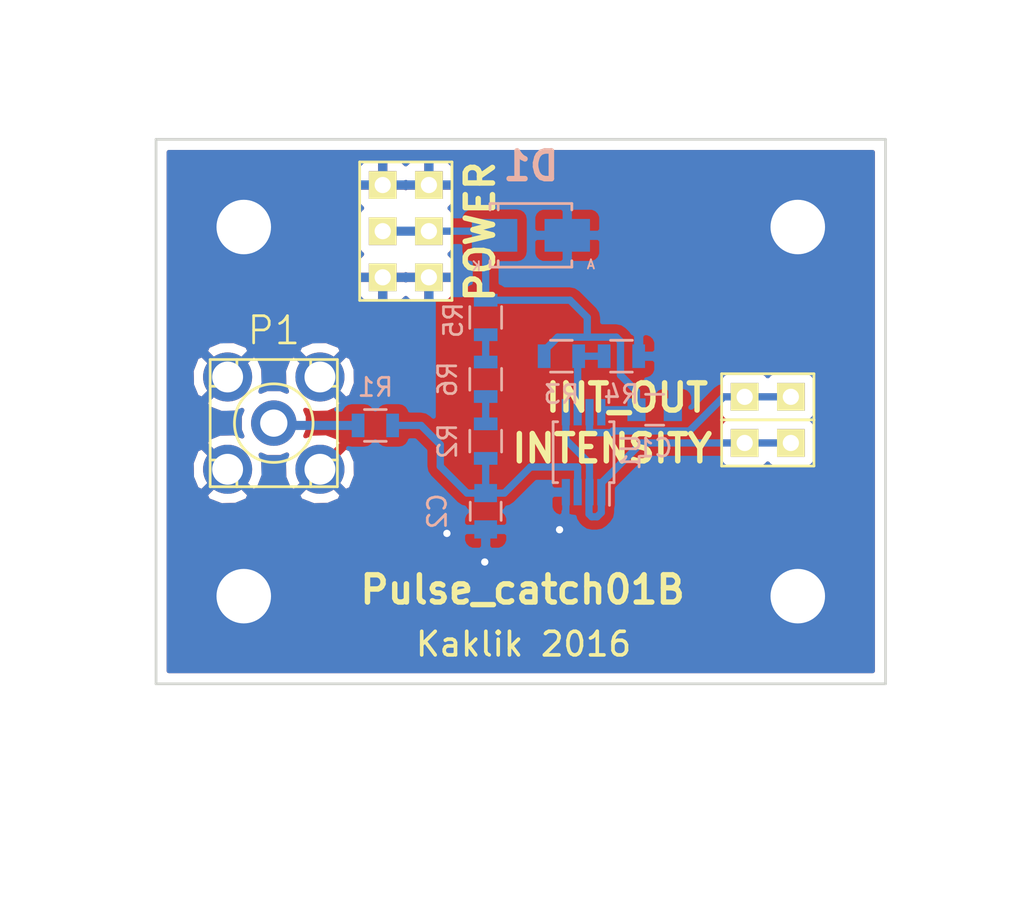
<source format=kicad_pcb>
(kicad_pcb (version 20160815) (host pcbnew 201609251018+7233~55~ubuntu16.04.1-)

  (general
    (links 36)
    (no_connects 0)
    (area 78.0288 58.6232 137.388516 108.051601)
    (thickness 1.6)
    (drawings 11)
    (tracks 71)
    (zones 0)
    (modules 18)
    (nets 10)
  )

  (page A4)
  (layers
    (0 F.Cu signal)
    (31 B.Cu signal)
    (32 B.Adhes user)
    (33 F.Adhes user)
    (34 B.Paste user)
    (35 F.Paste user)
    (36 B.SilkS user)
    (37 F.SilkS user)
    (38 B.Mask user)
    (39 F.Mask user)
    (40 Dwgs.User user)
    (41 Cmts.User user)
    (42 Eco1.User user)
    (43 Eco2.User user)
    (44 Edge.Cuts user)
    (45 Margin user)
    (46 B.CrtYd user)
    (47 F.CrtYd user)
    (48 B.Fab user)
    (49 F.Fab user)
  )

  (setup
    (last_trace_width 0.3)
    (user_trace_width 0.2)
    (user_trace_width 0.3)
    (user_trace_width 0.4)
    (user_trace_width 0.5)
    (user_trace_width 0.6)
    (user_trace_width 0.7)
    (user_trace_width 0.8)
    (trace_clearance 0.2)
    (zone_clearance 0.508)
    (zone_45_only yes)
    (trace_min 0.2)
    (segment_width 0.2)
    (edge_width 0.15)
    (via_size 0.8)
    (via_drill 0.4)
    (via_min_size 0.4)
    (via_min_drill 0.3)
    (uvia_size 0.3)
    (uvia_drill 0.1)
    (uvias_allowed no)
    (uvia_min_size 0.2)
    (uvia_min_drill 0.1)
    (pcb_text_width 0.3)
    (pcb_text_size 1.5 1.5)
    (mod_edge_width 0.15)
    (mod_text_size 1 1)
    (mod_text_width 0.15)
    (pad_size 1.524 1.524)
    (pad_drill 0.762)
    (pad_to_mask_clearance 0.2)
    (aux_axis_origin 0 0)
    (visible_elements FFFFFF7F)
    (pcbplotparams
      (layerselection 0x010f0_ffffffff)
      (usegerberextensions false)
      (excludeedgelayer true)
      (linewidth 0.100000)
      (plotframeref false)
      (viasonmask false)
      (mode 1)
      (useauxorigin false)
      (hpglpennumber 1)
      (hpglpenspeed 20)
      (hpglpendiameter 15)
      (psnegative false)
      (psa4output false)
      (plotreference true)
      (plotvalue true)
      (plotinvisibletext false)
      (padsonsilk false)
      (subtractmaskfromsilk false)
      (outputformat 1)
      (mirror false)
      (drillshape 0)
      (scaleselection 1)
      (outputdirectory ../CAM_PROFI/))
  )

  (net 0 "")
  (net 1 VDD)
  (net 2 GNDA)
  (net 3 "Net-(C2-Pad1)")
  (net 4 "Net-(J2-Pad1)")
  (net 5 "Net-(J3-Pad1)")
  (net 6 "Net-(P1-Pad1)")
  (net 7 "Net-(R3-Pad2)")
  (net 8 "Net-(R2-Pad1)")
  (net 9 "Net-(R5-Pad2)")

  (net_class Default "This is the default net class."
    (clearance 0.2)
    (trace_width 0.3)
    (via_dia 0.8)
    (via_drill 0.4)
    (uvia_dia 0.3)
    (uvia_drill 0.1)
    (diff_pair_gap 0.25)
    (diff_pair_width 0.2)
    (add_net GNDA)
    (add_net "Net-(C2-Pad1)")
    (add_net "Net-(J2-Pad1)")
    (add_net "Net-(J3-Pad1)")
    (add_net "Net-(P1-Pad1)")
    (add_net "Net-(R2-Pad1)")
    (add_net "Net-(R3-Pad2)")
    (add_net "Net-(R5-Pad2)")
    (add_net VDD)
  )

  (module Housings_SSOP:MSOP-8_3x3mm_Pitch0.65mm (layer B.Cu) (tedit 57ED2017) (tstamp 577D546F)
    (at 110.1344 83.5152 90)
    (descr "8-Lead Plastic Micro Small Outline Package (MS) [MSOP] (see Microchip Packaging Specification 00000049BS.pdf)")
    (tags "SSOP 0.65")
    (path /57781FDF)
    (attr smd)
    (fp_text reference U1 (at 0 2.6 90) (layer B.SilkS)
      (effects (font (size 1 1) (thickness 0.15)) (justify mirror))
    )
    (fp_text value MCP6002 (at 0 -2.6 90) (layer B.Fab)
      (effects (font (size 1 1) (thickness 0.15)) (justify mirror))
    )
    (fp_line (start -3.2 1.85) (end -3.2 -1.85) (layer B.CrtYd) (width 0.05))
    (fp_line (start 3.2 1.85) (end 3.2 -1.85) (layer B.CrtYd) (width 0.05))
    (fp_line (start -3.2 1.85) (end 3.2 1.85) (layer B.CrtYd) (width 0.05))
    (fp_line (start -3.2 -1.85) (end 3.2 -1.85) (layer B.CrtYd) (width 0.05))
    (fp_line (start -1.675 1.675) (end -1.675 1.425) (layer B.SilkS) (width 0.15))
    (fp_line (start 1.675 1.675) (end 1.675 1.425) (layer B.SilkS) (width 0.15))
    (fp_line (start 1.675 -1.675) (end 1.675 -1.425) (layer B.SilkS) (width 0.15))
    (fp_line (start -1.675 -1.675) (end -1.675 -1.425) (layer B.SilkS) (width 0.15))
    (fp_line (start -1.675 1.675) (end 1.675 1.675) (layer B.SilkS) (width 0.15))
    (fp_line (start -1.675 -1.675) (end 1.675 -1.675) (layer B.SilkS) (width 0.15))
    (fp_line (start -1.675 1.425) (end -2.925 1.425) (layer B.SilkS) (width 0.15))
    (pad 1 smd rect (at -2.2 0.975 90) (size 1.45 0.45) (layers B.Cu B.Paste B.Mask)
      (net 4 "Net-(J2-Pad1)"))
    (pad 2 smd rect (at -2.2 0.325 90) (size 1.45 0.45) (layers B.Cu B.Paste B.Mask)
      (net 4 "Net-(J2-Pad1)"))
    (pad 3 smd rect (at -2.2 -0.325 90) (size 1.45 0.45) (layers B.Cu B.Paste B.Mask)
      (net 3 "Net-(C2-Pad1)"))
    (pad 4 smd rect (at -2.2 -0.975 90) (size 1.45 0.45) (layers B.Cu B.Paste B.Mask)
      (net 2 GNDA))
    (pad 5 smd rect (at 2.2 -0.975 90) (size 1.45 0.45) (layers B.Cu B.Paste B.Mask)
      (net 4 "Net-(J2-Pad1)"))
    (pad 6 smd rect (at 2.2 -0.325 90) (size 1.45 0.45) (layers B.Cu B.Paste B.Mask)
      (net 7 "Net-(R3-Pad2)"))
    (pad 7 smd rect (at 2.2 0.325 90) (size 1.45 0.45) (layers B.Cu B.Paste B.Mask)
      (net 5 "Net-(J3-Pad1)"))
    (pad 8 smd rect (at 2.2 0.975 90) (size 1.45 0.45) (layers B.Cu B.Paste B.Mask)
      (net 1 VDD))
    (model Housings_SSOP.3dshapes/MSOP-8_3x3mm_Pitch0.65mm.wrl
      (at (xyz 0 0 0))
      (scale (xyz 1 1 1))
      (rotate (xyz 0 0 0))
    )
  )

  (module Capacitors_SMD:C_0805 (layer B.Cu) (tedit 57ED2017) (tstamp 577D540C)
    (at 114.046 81.1784)
    (descr "Capacitor SMD 0805, reflow soldering, AVX (see smccp.pdf)")
    (tags "capacitor 0805")
    (path /57783558)
    (attr smd)
    (fp_text reference C1 (at 0 2.1) (layer B.SilkS)
      (effects (font (size 1 1) (thickness 0.15)) (justify mirror))
    )
    (fp_text value 100nF (at 0 -2.1) (layer B.Fab)
      (effects (font (size 1 1) (thickness 0.15)) (justify mirror))
    )
    (fp_line (start -1.8 1) (end 1.8 1) (layer B.CrtYd) (width 0.05))
    (fp_line (start -1.8 -1) (end 1.8 -1) (layer B.CrtYd) (width 0.05))
    (fp_line (start -1.8 1) (end -1.8 -1) (layer B.CrtYd) (width 0.05))
    (fp_line (start 1.8 1) (end 1.8 -1) (layer B.CrtYd) (width 0.05))
    (fp_line (start 0.5 0.85) (end -0.5 0.85) (layer B.SilkS) (width 0.15))
    (fp_line (start -0.5 -0.85) (end 0.5 -0.85) (layer B.SilkS) (width 0.15))
    (pad 1 smd rect (at -1 0) (size 1 1.25) (layers B.Cu B.Paste B.Mask)
      (net 1 VDD))
    (pad 2 smd rect (at 1 0) (size 1 1.25) (layers B.Cu B.Paste B.Mask)
      (net 2 GNDA))
    (model Capacitors_SMD.3dshapes/C_0805.wrl
      (at (xyz 0 0 0))
      (scale (xyz 1 1 1))
      (rotate (xyz 0 0 0))
    )
  )

  (module Capacitors_SMD:C_0805 (layer B.Cu) (tedit 57ED2017) (tstamp 577D5412)
    (at 104.7496 86.7664 270)
    (descr "Capacitor SMD 0805, reflow soldering, AVX (see smccp.pdf)")
    (tags "capacitor 0805")
    (path /57781557)
    (attr smd)
    (fp_text reference C2 (at 0 2.667 270) (layer B.SilkS)
      (effects (font (size 1 1) (thickness 0.15)) (justify mirror))
    )
    (fp_text value 100nF (at 0 -2.1 270) (layer B.Fab)
      (effects (font (size 1 1) (thickness 0.15)) (justify mirror))
    )
    (fp_line (start -1.8 1) (end 1.8 1) (layer B.CrtYd) (width 0.05))
    (fp_line (start -1.8 -1) (end 1.8 -1) (layer B.CrtYd) (width 0.05))
    (fp_line (start -1.8 1) (end -1.8 -1) (layer B.CrtYd) (width 0.05))
    (fp_line (start 1.8 1) (end 1.8 -1) (layer B.CrtYd) (width 0.05))
    (fp_line (start 0.5 0.85) (end -0.5 0.85) (layer B.SilkS) (width 0.15))
    (fp_line (start -0.5 -0.85) (end 0.5 -0.85) (layer B.SilkS) (width 0.15))
    (pad 1 smd rect (at -1 0 270) (size 1 1.25) (layers B.Cu B.Paste B.Mask)
      (net 3 "Net-(C2-Pad1)"))
    (pad 2 smd rect (at 1 0 270) (size 1 1.25) (layers B.Cu B.Paste B.Mask)
      (net 2 GNDA))
    (model Capacitors_SMD.3dshapes/C_0805.wrl
      (at (xyz 0 0 0))
      (scale (xyz 1 1 1))
      (rotate (xyz 0 0 0))
    )
  )

  (module Mlab_D:Diode-SMA_Standard locked (layer B.Cu) (tedit 57ED2017) (tstamp 577D5418)
    (at 107.2388 71.5772 180)
    (descr "Diode SMA")
    (tags "Diode SMA")
    (path /57783090)
    (attr smd)
    (fp_text reference D1 (at 0 3.81 180) (layer B.SilkS)
      (effects (font (thickness 0.3048)) (justify mirror))
    )
    (fp_text value D_Schottky (at 0 -3.81 180) (layer B.SilkS) hide
      (effects (font (thickness 0.3048)) (justify mirror))
    )
    (fp_text user A (at -3.29946 -1.6002 180) (layer B.SilkS)
      (effects (font (size 0.50038 0.50038) (thickness 0.09906)) (justify mirror))
    )
    (fp_text user K (at 2.99974 -1.69926 180) (layer B.SilkS)
      (effects (font (size 0.50038 0.50038) (thickness 0.09906)) (justify mirror))
    )
    (fp_circle (center 0 0) (end 0.20066 0.0508) (layer B.Adhes) (width 0.381))
    (fp_line (start 1.80086 -1.75006) (end 1.80086 -1.39954) (layer B.SilkS) (width 0.15))
    (fp_line (start 1.80086 1.75006) (end 1.80086 1.39954) (layer B.SilkS) (width 0.15))
    (fp_line (start 2.25044 -1.75006) (end 2.25044 -1.39954) (layer B.SilkS) (width 0.15))
    (fp_line (start -2.25044 -1.75006) (end -2.25044 -1.39954) (layer B.SilkS) (width 0.15))
    (fp_line (start -2.25044 1.75006) (end -2.25044 1.39954) (layer B.SilkS) (width 0.15))
    (fp_line (start 2.25044 1.75006) (end 2.25044 1.39954) (layer B.SilkS) (width 0.15))
    (fp_line (start -2.25044 -1.75006) (end 2.25044 -1.75006) (layer B.SilkS) (width 0.15))
    (fp_line (start -2.25044 1.75006) (end 2.25044 1.75006) (layer B.SilkS) (width 0.15))
    (pad 2 smd rect (at -1.99898 0 180) (size 2.49936 1.80086) (layers B.Cu B.Paste B.Mask)
      (net 2 GNDA))
    (pad 1 smd rect (at 1.99898 0 180) (size 2.49936 1.80086) (layers B.Cu B.Paste B.Mask)
      (net 1 VDD))
    (model MLAB_3D/Diodes/SMA.wrl
      (at (xyz 0 0 0))
      (scale (xyz 0.3937 0.3937 0.3937))
      (rotate (xyz 0 0 0))
    )
  )

  (module Mlab_Pin_Headers:Straight_2x03 (layer F.Cu) (tedit 57ED2017) (tstamp 577D5422)
    (at 100.3554 71.3486 180)
    (descr "pin header straight 2x03")
    (tags "pin header straight 2x03")
    (path /57782EBA)
    (fp_text reference J1 (at 0 -5.08 180) (layer F.SilkS) hide
      (effects (font (size 1.5 1.5) (thickness 0.15)))
    )
    (fp_text value HEADER_2x03_PARALLEL (at 0 5.08 180) (layer F.SilkS) hide
      (effects (font (size 1.5 1.5) (thickness 0.15)))
    )
    (fp_text user 1 (at -2.921 -2.54 180) (layer F.SilkS) hide
      (effects (font (size 0.5 0.5) (thickness 0.05)))
    )
    (fp_line (start -2.54 -3.81) (end 2.54 -3.81) (layer F.SilkS) (width 0.15))
    (fp_line (start 2.54 -3.81) (end 2.54 3.81) (layer F.SilkS) (width 0.15))
    (fp_line (start 2.54 3.81) (end -2.54 3.81) (layer F.SilkS) (width 0.15))
    (fp_line (start -2.54 3.81) (end -2.54 -3.81) (layer F.SilkS) (width 0.15))
    (pad 1 thru_hole rect (at -1.27 -2.54 180) (size 1.524 1.524) (drill 0.889) (layers *.Cu *.Mask F.SilkS)
      (net 2 GNDA))
    (pad 2 thru_hole rect (at 1.27 -2.54 180) (size 1.524 1.524) (drill 0.889) (layers *.Cu *.Mask F.SilkS)
      (net 2 GNDA))
    (pad 3 thru_hole rect (at -1.27 0 180) (size 1.524 1.524) (drill 0.889) (layers *.Cu *.Mask F.SilkS)
      (net 1 VDD))
    (pad 4 thru_hole rect (at 1.27 0 180) (size 1.524 1.524) (drill 0.889) (layers *.Cu *.Mask F.SilkS)
      (net 1 VDD))
    (pad 5 thru_hole rect (at -1.27 2.54 180) (size 1.524 1.524) (drill 0.889) (layers *.Cu *.Mask F.SilkS)
      (net 2 GNDA))
    (pad 6 thru_hole rect (at 1.27 2.54 180) (size 1.524 1.524) (drill 0.889) (layers *.Cu *.Mask F.SilkS)
      (net 2 GNDA))
    (model Pin_Headers/Pin_Header_Straight_2x03.wrl
      (at (xyz 0 0 0))
      (scale (xyz 1 1 1))
      (rotate (xyz 0 0 90))
    )
  )

  (module Mlab_Pin_Headers:Straight_1x02 (layer F.Cu) (tedit 57ED2017) (tstamp 577D5428)
    (at 120.269 83.0072 90)
    (descr "pin header straight 1x02")
    (tags "pin header straight 1x02")
    (path /57783BEA)
    (fp_text reference J2 (at 0 -3.81 90) (layer F.SilkS) hide
      (effects (font (size 1.5 1.5) (thickness 0.15)))
    )
    (fp_text value INTENSITY (at 0 3.81 90) (layer F.SilkS) hide
      (effects (font (size 1.5 1.5) (thickness 0.15)))
    )
    (fp_text user 1 (at -1.651 -1.27 90) (layer F.SilkS) hide
      (effects (font (size 0.5 0.5) (thickness 0.05)))
    )
    (fp_line (start -1.27 -2.54) (end 1.27 -2.54) (layer F.SilkS) (width 0.15))
    (fp_line (start 1.27 -2.54) (end 1.27 2.54) (layer F.SilkS) (width 0.15))
    (fp_line (start 1.27 2.54) (end -1.27 2.54) (layer F.SilkS) (width 0.15))
    (fp_line (start -1.27 2.54) (end -1.27 -2.54) (layer F.SilkS) (width 0.15))
    (pad 2 thru_hole rect (at 0 1.27 90) (size 1.524 1.524) (drill 0.889) (layers *.Cu *.Mask F.SilkS)
      (net 4 "Net-(J2-Pad1)"))
    (pad 1 thru_hole rect (at 0 -1.27 90) (size 1.524 1.524) (drill 0.889) (layers *.Cu *.Mask F.SilkS)
      (net 4 "Net-(J2-Pad1)"))
    (model Pin_Headers/Pin_Header_Straight_1x02.wrl
      (at (xyz 0 0 0))
      (scale (xyz 1 1 1))
      (rotate (xyz 0 0 90))
    )
  )

  (module Mlab_Pin_Headers:Straight_1x02 locked (layer F.Cu) (tedit 57ED2017) (tstamp 577D542E)
    (at 120.269 80.4672 90)
    (descr "pin header straight 1x02")
    (tags "pin header straight 1x02")
    (path /57783AA0)
    (fp_text reference J3 (at 0 -3.81 90) (layer F.SilkS) hide
      (effects (font (size 1.5 1.5) (thickness 0.15)))
    )
    (fp_text value INT_OUT (at 0 3.81 90) (layer F.SilkS) hide
      (effects (font (size 1.5 1.5) (thickness 0.15)))
    )
    (fp_text user 1 (at -1.651 -1.27 90) (layer F.SilkS) hide
      (effects (font (size 0.5 0.5) (thickness 0.05)))
    )
    (fp_line (start -1.27 -2.54) (end 1.27 -2.54) (layer F.SilkS) (width 0.15))
    (fp_line (start 1.27 -2.54) (end 1.27 2.54) (layer F.SilkS) (width 0.15))
    (fp_line (start 1.27 2.54) (end -1.27 2.54) (layer F.SilkS) (width 0.15))
    (fp_line (start -1.27 2.54) (end -1.27 -2.54) (layer F.SilkS) (width 0.15))
    (pad 2 thru_hole rect (at 0 1.27 90) (size 1.524 1.524) (drill 0.889) (layers *.Cu *.Mask F.SilkS)
      (net 5 "Net-(J3-Pad1)"))
    (pad 1 thru_hole rect (at 0 -1.27 90) (size 1.524 1.524) (drill 0.889) (layers *.Cu *.Mask F.SilkS)
      (net 5 "Net-(J3-Pad1)"))
    (model Pin_Headers/Pin_Header_Straight_1x02.wrl
      (at (xyz 0 0 0))
      (scale (xyz 1 1 1))
      (rotate (xyz 0 0 90))
    )
  )

  (module Mlab_Mechanical:MountingHole_3mm placed (layer F.Cu) (tedit 57ED2017) (tstamp 577D5433)
    (at 91.44 91.44)
    (descr "Mounting hole, Befestigungsbohrung, 3mm, No Annular, Kein Restring,")
    (tags "Mounting hole, Befestigungsbohrung, 3mm, No Annular, Kein Restring,")
    (path /57784508)
    (fp_text reference M1 (at 0 -4.191) (layer F.SilkS) hide
      (effects (font (thickness 0.3048)))
    )
    (fp_text value HOLE (at 0 4.191) (layer F.SilkS) hide
      (effects (font (thickness 0.3048)))
    )
    (fp_circle (center 0 0) (end 2.99974 0) (layer Cmts.User) (width 0.381))
    (pad 1 thru_hole circle (at 0 0) (size 6 6) (drill 3) (layers *.Cu *.Adhes *.Mask)
      (net 2 GNDA) (clearance 1) (zone_connect 2))
  )

  (module Mlab_Mechanical:MountingHole_3mm placed (layer F.Cu) (tedit 57ED2017) (tstamp 577D5438)
    (at 91.44 71.12)
    (descr "Mounting hole, Befestigungsbohrung, 3mm, No Annular, Kein Restring,")
    (tags "Mounting hole, Befestigungsbohrung, 3mm, No Annular, Kein Restring,")
    (path /57784821)
    (fp_text reference M2 (at 0 -4.191) (layer F.SilkS) hide
      (effects (font (thickness 0.3048)))
    )
    (fp_text value HOLE (at 0 4.191) (layer F.SilkS) hide
      (effects (font (thickness 0.3048)))
    )
    (fp_circle (center 0 0) (end 2.99974 0) (layer Cmts.User) (width 0.381))
    (pad 1 thru_hole circle (at 0 0) (size 6 6) (drill 3) (layers *.Cu *.Adhes *.Mask)
      (net 2 GNDA) (clearance 1) (zone_connect 2))
  )

  (module Mlab_Mechanical:MountingHole_3mm placed (layer F.Cu) (tedit 57ED2017) (tstamp 577D543D)
    (at 121.92 71.12)
    (descr "Mounting hole, Befestigungsbohrung, 3mm, No Annular, Kein Restring,")
    (tags "Mounting hole, Befestigungsbohrung, 3mm, No Annular, Kein Restring,")
    (path /57784742)
    (fp_text reference M3 (at 0 -4.191) (layer F.SilkS) hide
      (effects (font (thickness 0.3048)))
    )
    (fp_text value HOLE (at 0 4.191) (layer F.SilkS) hide
      (effects (font (thickness 0.3048)))
    )
    (fp_circle (center 0 0) (end 2.99974 0) (layer Cmts.User) (width 0.381))
    (pad 1 thru_hole circle (at 0 0) (size 6 6) (drill 3) (layers *.Cu *.Adhes *.Mask)
      (net 2 GNDA) (clearance 1) (zone_connect 2))
  )

  (module Mlab_Mechanical:MountingHole_3mm placed (layer F.Cu) (tedit 57ED2017) (tstamp 577D5442)
    (at 121.92 91.44)
    (descr "Mounting hole, Befestigungsbohrung, 3mm, No Annular, Kein Restring,")
    (tags "Mounting hole, Befestigungsbohrung, 3mm, No Annular, Kein Restring,")
    (path /5778482F)
    (fp_text reference M4 (at 0 -4.191) (layer F.SilkS) hide
      (effects (font (thickness 0.3048)))
    )
    (fp_text value HOLE (at 0 4.191) (layer F.SilkS) hide
      (effects (font (thickness 0.3048)))
    )
    (fp_circle (center 0 0) (end 2.99974 0) (layer Cmts.User) (width 0.381))
    (pad 1 thru_hole circle (at 0 0) (size 6 6) (drill 3) (layers *.Cu *.Adhes *.Mask)
      (net 2 GNDA) (clearance 1) (zone_connect 2))
  )

  (module Mlab_Con:SMA6251A13G50 (layer F.Cu) (tedit 57ED2017) (tstamp 577D544B)
    (at 93.091 81.915)
    (path /57781DCC)
    (fp_text reference P1 (at 0 -5.1) (layer F.SilkS)
      (effects (font (size 1.5 1.5) (thickness 0.15)))
    )
    (fp_text value SMA (at 0 5.1) (layer F.SilkS) hide
      (effects (font (size 1.5 1.5) (thickness 0.15)))
    )
    (fp_circle (center 0 0) (end -0.11 -2.16) (layer F.SilkS) (width 0.15))
    (fp_line (start 2.03 3.05) (end 3.05 3.05) (layer F.SilkS) (width 0.15))
    (fp_line (start 3.05 3.05) (end 3.05 2.03) (layer F.SilkS) (width 0.15))
    (fp_line (start -2.03 3.05) (end -3.05 3.05) (layer F.SilkS) (width 0.15))
    (fp_line (start -3.05 3.05) (end -3.05 2.03) (layer F.SilkS) (width 0.15))
    (fp_line (start -2.03 -3.05) (end -3.05 -3.05) (layer F.SilkS) (width 0.15))
    (fp_line (start -3.05 -3.05) (end -3.05 -2.03) (layer F.SilkS) (width 0.15))
    (fp_line (start 3.05 -3.05) (end 3.05 -2.03) (layer F.SilkS) (width 0.15))
    (fp_line (start 3.05 -3.05) (end 2.03 -3.05) (layer F.SilkS) (width 0.15))
    (fp_line (start 2.03 3.5) (end 2.03 2.03) (layer F.SilkS) (width 0.15))
    (fp_line (start 2.03 2.03) (end 3.5 2.03) (layer F.SilkS) (width 0.15))
    (fp_line (start -2.03 2.03) (end -2.03 3.5) (layer F.SilkS) (width 0.15))
    (fp_line (start -3.5 2.03) (end -2.03 2.03) (layer F.SilkS) (width 0.15))
    (fp_line (start 2.03 -3.5) (end 2.03 -2.03) (layer F.SilkS) (width 0.15))
    (fp_line (start 2.03 -2.03) (end 3.5 -2.03) (layer F.SilkS) (width 0.15))
    (fp_line (start -2.03 -3.5) (end -2.03 -2.03) (layer F.SilkS) (width 0.15))
    (fp_line (start -2.03 -2.03) (end -3.5 -2.03) (layer F.SilkS) (width 0.15))
    (fp_line (start -3.5 3.5) (end 3.5 3.5) (layer F.SilkS) (width 0.15))
    (fp_line (start 3.5 3.5) (end 3.5 -3.5) (layer F.SilkS) (width 0.15))
    (fp_line (start 3.5 -3.5) (end -3.5 -3.5) (layer F.SilkS) (width 0.15))
    (fp_line (start -3.5 -3.5) (end -3.5 3.5) (layer F.SilkS) (width 0.15))
    (pad 1 thru_hole circle (at 0 0 180) (size 2.5 2.5) (drill 1.5) (layers *.Cu *.Mask)
      (net 6 "Net-(P1-Pad1)"))
    (pad 2 thru_hole circle (at 2.54 2.54 180) (size 2.7 2.7) (drill 1.7) (layers *.Cu *.Mask)
      (net 2 GNDA))
    (pad 2 thru_hole circle (at -2.54 2.54 180) (size 2.7 2.7) (drill 1.7) (layers *.Cu *.Mask)
      (net 2 GNDA))
    (pad 2 thru_hole circle (at -2.54 -2.54 180) (size 2.7 2.7) (drill 1.7) (layers *.Cu *.Mask)
      (net 2 GNDA))
    (pad 2 thru_hole circle (at 2.54 -2.54 180) (size 2.7 2.7) (drill 1.7) (layers *.Cu *.Mask)
      (net 2 GNDA))
  )

  (module Resistors_SMD:R_0805 (layer B.Cu) (tedit 57ED2017) (tstamp 577D5451)
    (at 98.679 82.042 180)
    (descr "Resistor SMD 0805, reflow soldering, Vishay (see dcrcw.pdf)")
    (tags "resistor 0805")
    (path /577814E7)
    (attr smd)
    (fp_text reference R1 (at 0 2.1 180) (layer B.SilkS)
      (effects (font (size 1 1) (thickness 0.15)) (justify mirror))
    )
    (fp_text value 10k (at 0 -2.1 180) (layer B.Fab)
      (effects (font (size 1 1) (thickness 0.15)) (justify mirror))
    )
    (fp_line (start -1.6 1) (end 1.6 1) (layer B.CrtYd) (width 0.05))
    (fp_line (start -1.6 -1) (end 1.6 -1) (layer B.CrtYd) (width 0.05))
    (fp_line (start -1.6 1) (end -1.6 -1) (layer B.CrtYd) (width 0.05))
    (fp_line (start 1.6 1) (end 1.6 -1) (layer B.CrtYd) (width 0.05))
    (fp_line (start 0.6 -0.875) (end -0.6 -0.875) (layer B.SilkS) (width 0.15))
    (fp_line (start -0.6 0.875) (end 0.6 0.875) (layer B.SilkS) (width 0.15))
    (pad 1 smd rect (at -0.95 0 180) (size 0.7 1.3) (layers B.Cu B.Paste B.Mask)
      (net 3 "Net-(C2-Pad1)"))
    (pad 2 smd rect (at 0.95 0 180) (size 0.7 1.3) (layers B.Cu B.Paste B.Mask)
      (net 6 "Net-(P1-Pad1)"))
    (model Resistors_SMD.3dshapes/R_0805.wrl
      (at (xyz 0 0 0))
      (scale (xyz 1 1 1))
      (rotate (xyz 0 0 0))
    )
  )

  (module Resistors_SMD:R_0805 (layer B.Cu) (tedit 57ED2017) (tstamp 577D5457)
    (at 104.7496 82.9056 270)
    (descr "Resistor SMD 0805, reflow soldering, Vishay (see dcrcw.pdf)")
    (tags "resistor 0805")
    (path /57782253)
    (attr smd)
    (fp_text reference R2 (at 0 2.1 270) (layer B.SilkS)
      (effects (font (size 1 1) (thickness 0.15)) (justify mirror))
    )
    (fp_text value 10M (at 0 -2.1 270) (layer B.Fab)
      (effects (font (size 1 1) (thickness 0.15)) (justify mirror))
    )
    (fp_line (start -1.6 1) (end 1.6 1) (layer B.CrtYd) (width 0.05))
    (fp_line (start -1.6 -1) (end 1.6 -1) (layer B.CrtYd) (width 0.05))
    (fp_line (start -1.6 1) (end -1.6 -1) (layer B.CrtYd) (width 0.05))
    (fp_line (start 1.6 1) (end 1.6 -1) (layer B.CrtYd) (width 0.05))
    (fp_line (start 0.6 -0.875) (end -0.6 -0.875) (layer B.SilkS) (width 0.15))
    (fp_line (start -0.6 0.875) (end 0.6 0.875) (layer B.SilkS) (width 0.15))
    (pad 1 smd rect (at -0.95 0 270) (size 0.7 1.3) (layers B.Cu B.Paste B.Mask)
      (net 8 "Net-(R2-Pad1)"))
    (pad 2 smd rect (at 0.95 0 270) (size 0.7 1.3) (layers B.Cu B.Paste B.Mask)
      (net 3 "Net-(C2-Pad1)"))
    (model Resistors_SMD.3dshapes/R_0805.wrl
      (at (xyz 0 0 0))
      (scale (xyz 1 1 1))
      (rotate (xyz 0 0 0))
    )
  )

  (module Resistors_SMD:R_0805 (layer B.Cu) (tedit 57ED2017) (tstamp 577D545D)
    (at 108.9152 78.232)
    (descr "Resistor SMD 0805, reflow soldering, Vishay (see dcrcw.pdf)")
    (tags "resistor 0805")
    (path /5778251C)
    (attr smd)
    (fp_text reference R3 (at 0 2.1) (layer B.SilkS)
      (effects (font (size 1 1) (thickness 0.15)) (justify mirror))
    )
    (fp_text value 1M (at 0 -2.1) (layer B.Fab)
      (effects (font (size 1 1) (thickness 0.15)) (justify mirror))
    )
    (fp_line (start -1.6 1) (end 1.6 1) (layer B.CrtYd) (width 0.05))
    (fp_line (start -1.6 -1) (end 1.6 -1) (layer B.CrtYd) (width 0.05))
    (fp_line (start -1.6 1) (end -1.6 -1) (layer B.CrtYd) (width 0.05))
    (fp_line (start 1.6 1) (end 1.6 -1) (layer B.CrtYd) (width 0.05))
    (fp_line (start 0.6 -0.875) (end -0.6 -0.875) (layer B.SilkS) (width 0.15))
    (fp_line (start -0.6 0.875) (end 0.6 0.875) (layer B.SilkS) (width 0.15))
    (pad 1 smd rect (at -0.95 0) (size 0.7 1.3) (layers B.Cu B.Paste B.Mask)
      (net 1 VDD))
    (pad 2 smd rect (at 0.95 0) (size 0.7 1.3) (layers B.Cu B.Paste B.Mask)
      (net 7 "Net-(R3-Pad2)"))
    (model Resistors_SMD.3dshapes/R_0805.wrl
      (at (xyz 0 0 0))
      (scale (xyz 1 1 1))
      (rotate (xyz 0 0 0))
    )
  )

  (module Resistors_SMD:R_0805 (layer B.Cu) (tedit 57ED2017) (tstamp 577D5463)
    (at 112.2172 78.232)
    (descr "Resistor SMD 0805, reflow soldering, Vishay (see dcrcw.pdf)")
    (tags "resistor 0805")
    (path /577827EE)
    (attr smd)
    (fp_text reference R4 (at 0 2.1) (layer B.SilkS)
      (effects (font (size 1 1) (thickness 0.15)) (justify mirror))
    )
    (fp_text value 10M (at 0 -2.1) (layer B.Fab)
      (effects (font (size 1 1) (thickness 0.15)) (justify mirror))
    )
    (fp_line (start -1.6 1) (end 1.6 1) (layer B.CrtYd) (width 0.05))
    (fp_line (start -1.6 -1) (end 1.6 -1) (layer B.CrtYd) (width 0.05))
    (fp_line (start -1.6 1) (end -1.6 -1) (layer B.CrtYd) (width 0.05))
    (fp_line (start 1.6 1) (end 1.6 -1) (layer B.CrtYd) (width 0.05))
    (fp_line (start 0.6 -0.875) (end -0.6 -0.875) (layer B.SilkS) (width 0.15))
    (fp_line (start -0.6 0.875) (end 0.6 0.875) (layer B.SilkS) (width 0.15))
    (pad 1 smd rect (at -0.95 0) (size 0.7 1.3) (layers B.Cu B.Paste B.Mask)
      (net 7 "Net-(R3-Pad2)"))
    (pad 2 smd rect (at 0.95 0) (size 0.7 1.3) (layers B.Cu B.Paste B.Mask)
      (net 2 GNDA))
    (model Resistors_SMD.3dshapes/R_0805.wrl
      (at (xyz 0 0 0))
      (scale (xyz 1 1 1))
      (rotate (xyz 0 0 0))
    )
  )

  (module Resistors_SMD:R_0805 (layer B.Cu) (tedit 57ED2017) (tstamp 57DA74EE)
    (at 104.7496 76.0984 270)
    (descr "Resistor SMD 0805, reflow soldering, Vishay (see dcrcw.pdf)")
    (tags "resistor 0805")
    (path /57DA7355)
    (attr smd)
    (fp_text reference R5 (at 0.1524 1.778 270) (layer B.SilkS)
      (effects (font (size 1 1) (thickness 0.15)) (justify mirror))
    )
    (fp_text value 10M (at 0 -2.1 270) (layer B.Fab)
      (effects (font (size 1 1) (thickness 0.15)) (justify mirror))
    )
    (fp_line (start -1.6 1) (end 1.6 1) (layer B.CrtYd) (width 0.05))
    (fp_line (start -1.6 -1) (end 1.6 -1) (layer B.CrtYd) (width 0.05))
    (fp_line (start -1.6 1) (end -1.6 -1) (layer B.CrtYd) (width 0.05))
    (fp_line (start 1.6 1) (end 1.6 -1) (layer B.CrtYd) (width 0.05))
    (fp_line (start 0.6 -0.875) (end -0.6 -0.875) (layer B.SilkS) (width 0.15))
    (fp_line (start -0.6 0.875) (end 0.6 0.875) (layer B.SilkS) (width 0.15))
    (pad 1 smd rect (at -0.95 0 270) (size 0.7 1.3) (layers B.Cu B.Paste B.Mask)
      (net 1 VDD))
    (pad 2 smd rect (at 0.95 0 270) (size 0.7 1.3) (layers B.Cu B.Paste B.Mask)
      (net 9 "Net-(R5-Pad2)"))
    (model Resistors_SMD.3dshapes/R_0805.wrl
      (at (xyz 0 0 0))
      (scale (xyz 1 1 1))
      (rotate (xyz 0 0 0))
    )
  )

  (module Resistors_SMD:R_0805 (layer B.Cu) (tedit 57ED2017) (tstamp 57DA74F4)
    (at 104.7496 79.502 270)
    (descr "Resistor SMD 0805, reflow soldering, Vishay (see dcrcw.pdf)")
    (tags "resistor 0805")
    (path /57DA72B5)
    (attr smd)
    (fp_text reference R6 (at 0 2.1 270) (layer B.SilkS)
      (effects (font (size 1 1) (thickness 0.15)) (justify mirror))
    )
    (fp_text value 10M (at 0 -2.1 270) (layer B.Fab)
      (effects (font (size 1 1) (thickness 0.15)) (justify mirror))
    )
    (fp_line (start -1.6 1) (end 1.6 1) (layer B.CrtYd) (width 0.05))
    (fp_line (start -1.6 -1) (end 1.6 -1) (layer B.CrtYd) (width 0.05))
    (fp_line (start -1.6 1) (end -1.6 -1) (layer B.CrtYd) (width 0.05))
    (fp_line (start 1.6 1) (end 1.6 -1) (layer B.CrtYd) (width 0.05))
    (fp_line (start 0.6 -0.875) (end -0.6 -0.875) (layer B.SilkS) (width 0.15))
    (fp_line (start -0.6 0.875) (end 0.6 0.875) (layer B.SilkS) (width 0.15))
    (pad 1 smd rect (at -0.95 0 270) (size 0.7 1.3) (layers B.Cu B.Paste B.Mask)
      (net 9 "Net-(R5-Pad2)"))
    (pad 2 smd rect (at 0.95 0 270) (size 0.7 1.3) (layers B.Cu B.Paste B.Mask)
      (net 8 "Net-(R2-Pad1)"))
    (model Resistors_SMD.3dshapes/R_0805.wrl
      (at (xyz 0 0 0))
      (scale (xyz 1 1 1))
      (rotate (xyz 0 0 0))
    )
  )

  (dimension 30.48 (width 0.3) (layer Dwgs.User)
    (gr_text "1,2000 in" (at 131.7028 81.28 90) (layer Dwgs.User) (tstamp 57ED203D)
      (effects (font (size 1.5 1.5) (thickness 0.3)))
    )
    (feature1 (pts (xy 127 66.04) (xy 133.0528 66.04)))
    (feature2 (pts (xy 127 96.52) (xy 133.0528 96.52)))
    (crossbar (pts (xy 130.3528 96.52) (xy 130.3528 66.04)))
    (arrow1a (pts (xy 130.3528 66.04) (xy 130.939221 67.166504)))
    (arrow1b (pts (xy 130.3528 66.04) (xy 129.766379 67.166504)))
    (arrow2a (pts (xy 130.3528 96.52) (xy 130.939221 95.393496)))
    (arrow2b (pts (xy 130.3528 96.52) (xy 129.766379 95.393496)))
  )
  (dimension 40.640032 (width 0.3) (layer Dwgs.User)
    (gr_text "1,6000 in" (at 106.674688 61.816504 0.07161968709) (layer Dwgs.User) (tstamp 57ED203E)
      (effects (font (size 1.5 1.5) (thickness 0.3)))
    )
    (feature1 (pts (xy 127 66.04) (xy 126.993001 60.441105)))
    (feature2 (pts (xy 86.36 66.0908) (xy 86.353001 60.491905)))
    (crossbar (pts (xy 86.356376 63.191903) (xy 126.996376 63.141103)))
    (arrow1a (pts (xy 126.996376 63.141103) (xy 125.870606 63.728931)))
    (arrow1b (pts (xy 126.996376 63.141103) (xy 125.86914 62.556091)))
    (arrow2a (pts (xy 86.356376 63.191903) (xy 87.483612 63.776915)))
    (arrow2b (pts (xy 86.356376 63.191903) (xy 87.482146 62.604075)))
  )
  (gr_text "Kaklik 2016" (at 106.8324 94.0816) (layer F.SilkS)
    (effects (font (size 1.3 1.3) (thickness 0.2)))
  )
  (gr_text Pulse_catch01B (at 106.7816 91.0844) (layer F.SilkS)
    (effects (font (size 1.5 1.5) (thickness 0.3)))
  )
  (gr_text INT_OUT (at 112.522 80.518) (layer F.SilkS)
    (effects (font (size 1.5 1.5) (thickness 0.3)))
  )
  (gr_text INTENSITY (at 111.7092 83.312) (layer F.SilkS)
    (effects (font (size 1.5 1.5) (thickness 0.3)))
  )
  (gr_text POWER (at 104.4448 71.374 90) (layer F.SilkS)
    (effects (font (size 1.5 1.5) (thickness 0.3)))
  )
  (gr_line (start 86.614 96.266) (end 86.614 66.294) (layer Edge.Cuts) (width 0.15))
  (gr_line (start 126.746 96.266) (end 86.614 96.266) (layer Edge.Cuts) (width 0.15))
  (gr_line (start 126.746 66.294) (end 126.746 96.266) (layer Edge.Cuts) (width 0.15))
  (gr_line (start 86.614 66.294) (end 126.746 66.294) (layer Edge.Cuts) (width 0.15))

  (segment (start 108.715201 77.181999) (end 110.3376 77.181999) (width 0.4) (layer B.Cu) (net 1))
  (segment (start 110.3376 77.181999) (end 111.937201 77.181999) (width 0.4) (layer B.Cu) (net 1))
  (segment (start 104.7496 75.1484) (end 109.3876 75.1484) (width 0.4) (layer B.Cu) (net 1))
  (segment (start 109.3876 75.1484) (end 110.3376 76.0984) (width 0.4) (layer B.Cu) (net 1))
  (segment (start 110.3376 76.0984) (end 110.3376 77.181999) (width 0.4) (layer B.Cu) (net 1))
  (segment (start 107.9652 77.932) (end 107.9652 78.232) (width 0.4) (layer B.Cu) (net 1))
  (segment (start 101.6254 71.3486) (end 105.01122 71.3486) (width 0.4) (layer B.Cu) (net 1))
  (segment (start 105.01122 71.3486) (end 105.23982 71.5772) (width 0.4) (layer B.Cu) (net 1))
  (segment (start 104.7496 75.1484) (end 104.7496 72.06742) (width 0.4) (layer B.Cu) (net 1))
  (segment (start 104.7496 72.06742) (end 105.23982 71.5772) (width 0.4) (layer B.Cu) (net 1))
  (segment (start 107.9652 77.932) (end 108.715201 77.181999) (width 0.4) (layer B.Cu) (net 1))
  (segment (start 111.937201 77.181999) (end 112.1664 77.411198) (width 0.4) (layer B.Cu) (net 1))
  (segment (start 113.046 80.1534) (end 113.046 81.1784) (width 0.4) (layer B.Cu) (net 1))
  (segment (start 112.1664 77.411198) (end 112.1664 79.2738) (width 0.4) (layer B.Cu) (net 1))
  (segment (start 112.1664 79.2738) (end 113.046 80.1534) (width 0.4) (layer B.Cu) (net 1))
  (segment (start 113.046 81.1784) (end 111.2462 81.1784) (width 0.4) (layer B.Cu) (net 1))
  (segment (start 111.2462 81.1784) (end 111.1094 81.3152) (width 0.4) (layer B.Cu) (net 1))
  (segment (start 99.0854 71.3486) (end 101.6254 71.3486) (width 0.5) (layer B.Cu) (net 1))
  (segment (start 102.0064 89.5604) (end 102.616 88.9508) (width 0.4) (layer F.Cu) (net 2))
  (segment (start 102.616 88.9508) (end 102.616 87.9856) (width 0.4) (layer F.Cu) (net 2))
  (via (at 102.616 87.9856) (size 0.8) (drill 0.4) (layers F.Cu B.Cu) (net 2))
  (segment (start 104.6988 89.5604) (end 102.0064 89.5604) (width 0.4) (layer F.Cu) (net 2))
  (segment (start 104.7496 87.7664) (end 104.7496 89.5096) (width 0.4) (layer B.Cu) (net 2))
  (segment (start 104.7496 89.5096) (end 104.6988 89.5604) (width 0.4) (layer B.Cu) (net 2))
  (via (at 104.6988 89.5604) (size 0.8) (drill 0.4) (layers F.Cu B.Cu) (net 2))
  (segment (start 108.8136 87.7824) (end 107.8484 86.8172) (width 0.4) (layer F.Cu) (net 2))
  (segment (start 107.8484 86.8172) (end 101.4984 86.8172) (width 0.4) (layer F.Cu) (net 2))
  (segment (start 109.1594 85.7152) (end 109.1594 87.4366) (width 0.4) (layer B.Cu) (net 2))
  (segment (start 109.1594 87.4366) (end 108.8136 87.7824) (width 0.4) (layer B.Cu) (net 2))
  (via (at 108.8136 87.7824) (size 0.8) (drill 0.4) (layers F.Cu B.Cu) (net 2))
  (segment (start 109.8094 85.7152) (end 109.8094 84.328) (width 0.4) (layer B.Cu) (net 3))
  (segment (start 109.8094 84.328) (end 107.213 84.328) (width 0.4) (layer B.Cu) (net 3))
  (segment (start 107.213 84.328) (end 105.7746 85.7664) (width 0.4) (layer B.Cu) (net 3))
  (segment (start 105.7746 85.7664) (end 104.7496 85.7664) (width 0.4) (layer B.Cu) (net 3))
  (segment (start 104.7496 85.7664) (end 104.7496 83.8556) (width 0.4) (layer B.Cu) (net 3))
  (segment (start 102.250809 83.099209) (end 101.1936 82.042) (width 0.4) (layer B.Cu) (net 3))
  (segment (start 101.1936 82.042) (end 99.629 82.042) (width 0.4) (layer B.Cu) (net 3))
  (segment (start 104.7496 85.7664) (end 103.7246 85.7664) (width 0.4) (layer B.Cu) (net 3))
  (segment (start 103.7246 85.7664) (end 102.250809 84.292609) (width 0.4) (layer B.Cu) (net 3))
  (segment (start 102.250809 84.292609) (end 102.250809 83.099209) (width 0.4) (layer B.Cu) (net 3))
  (segment (start 104.6246 85.7664) (end 104.7496 85.7664) (width 0.3) (layer B.Cu) (net 3))
  (segment (start 99.645 82.058) (end 99.629 82.042) (width 0.5) (layer B.Cu) (net 3))
  (segment (start 110.4594 84.5902) (end 110.4594 85.7152) (width 0.4) (layer B.Cu) (net 4))
  (segment (start 110.4594 84.129457) (end 110.4594 84.5902) (width 0.4) (layer B.Cu) (net 4))
  (segment (start 109.1594 82.829457) (end 110.4594 84.129457) (width 0.4) (layer B.Cu) (net 4))
  (segment (start 109.1594 81.3152) (end 109.1594 82.829457) (width 0.4) (layer B.Cu) (net 4))
  (segment (start 121.539 83.0072) (end 118.999 83.0072) (width 0.4) (layer B.Cu) (net 4))
  (segment (start 118.999 83.0072) (end 113.3174 83.0072) (width 0.4) (layer B.Cu) (net 4))
  (segment (start 113.3174 83.0072) (end 111.1094 85.2152) (width 0.4) (layer B.Cu) (net 4))
  (segment (start 111.1094 85.2152) (end 111.1094 85.7152) (width 0.4) (layer B.Cu) (net 4))
  (segment (start 110.8784 87.0712) (end 110.5854 87.0712) (width 0.4) (layer B.Cu) (net 4))
  (segment (start 110.5854 87.0712) (end 110.434401 86.920201) (width 0.4) (layer B.Cu) (net 4))
  (segment (start 110.434401 85.740199) (end 110.4594 85.7152) (width 0.4) (layer B.Cu) (net 4))
  (segment (start 110.434401 86.920201) (end 110.434401 85.740199) (width 0.4) (layer B.Cu) (net 4))
  (segment (start 111.1094 85.7152) (end 111.1094 86.8402) (width 0.4) (layer B.Cu) (net 4))
  (segment (start 111.1094 86.8402) (end 110.8784 87.0712) (width 0.4) (layer B.Cu) (net 4))
  (segment (start 118.999 80.4672) (end 121.539 80.4672) (width 0.4) (layer B.Cu) (net 5))
  (segment (start 118.999 80.4672) (end 117.837 80.4672) (width 0.4) (layer B.Cu) (net 5))
  (segment (start 117.837 80.4672) (end 115.9574 82.3468) (width 0.4) (layer B.Cu) (net 5))
  (segment (start 111.65439 82.440211) (end 110.459411 82.440211) (width 0.4) (layer B.Cu) (net 5))
  (segment (start 115.9574 82.3468) (end 111.747802 82.3468) (width 0.4) (layer B.Cu) (net 5))
  (segment (start 111.747802 82.3468) (end 111.65439 82.440211) (width 0.4) (layer B.Cu) (net 5))
  (segment (start 110.459411 82.440211) (end 110.4594 82.4402) (width 0.4) (layer B.Cu) (net 5))
  (segment (start 110.4594 82.4402) (end 110.4594 81.3152) (width 0.4) (layer B.Cu) (net 5))
  (segment (start 97.729 82.042) (end 93.218 82.042) (width 0.5) (layer B.Cu) (net 6))
  (segment (start 93.218 82.042) (end 93.091 81.915) (width 0.5) (layer B.Cu) (net 6))
  (segment (start 109.8652 78.232) (end 109.8094 78.2878) (width 0.4) (layer B.Cu) (net 7))
  (segment (start 109.8094 78.2878) (end 109.8094 81.3152) (width 0.4) (layer B.Cu) (net 7))
  (segment (start 111.2672 78.232) (end 109.8652 78.232) (width 0.4) (layer B.Cu) (net 7))
  (segment (start 104.7496 81.9556) (end 104.7496 80.452) (width 0.4) (layer B.Cu) (net 8))
  (segment (start 104.7496 78.552) (end 104.7496 77.0484) (width 0.4) (layer B.Cu) (net 9))

  (zone (net 2) (net_name GNDA) (layer B.Cu) (tstamp 0) (hatch edge 0.508)
    (connect_pads (clearance 0.508))
    (min_thickness 0.254)
    (fill yes (arc_segments 16) (thermal_gap 0.508) (thermal_bridge_width 0.508))
    (polygon
      (pts
        (xy 86.36 66.04) (xy 86.36 96.52) (xy 127 96.52) (xy 127 66.04) (xy 86.4108 66.0908)
      )
    )
    (filled_polygon
      (pts
        (xy 126.036 95.556) (xy 87.324 95.556) (xy 87.324 88.05215) (xy 103.4896 88.05215) (xy 103.4896 88.392709)
        (xy 103.586273 88.626098) (xy 103.764901 88.804727) (xy 103.99829 88.9014) (xy 104.46385 88.9014) (xy 104.6226 88.74265)
        (xy 104.6226 87.8934) (xy 104.8766 87.8934) (xy 104.8766 88.74265) (xy 105.03535 88.9014) (xy 105.50091 88.9014)
        (xy 105.734299 88.804727) (xy 105.912927 88.626098) (xy 106.0096 88.392709) (xy 106.0096 88.05215) (xy 105.85085 87.8934)
        (xy 104.8766 87.8934) (xy 104.6226 87.8934) (xy 103.64835 87.8934) (xy 103.4896 88.05215) (xy 87.324 88.05215)
        (xy 87.324 85.860593) (xy 89.325012 85.860593) (xy 89.466478 86.163782) (xy 90.202955 86.448737) (xy 90.992418 86.430164)
        (xy 91.635522 86.163782) (xy 91.776988 85.860593) (xy 94.405012 85.860593) (xy 94.546478 86.163782) (xy 95.282955 86.448737)
        (xy 96.072418 86.430164) (xy 96.715522 86.163782) (xy 96.856988 85.860593) (xy 95.631 84.634605) (xy 94.405012 85.860593)
        (xy 91.776988 85.860593) (xy 90.551 84.634605) (xy 89.325012 85.860593) (xy 87.324 85.860593) (xy 87.324 84.106955)
        (xy 88.557263 84.106955) (xy 88.575836 84.896418) (xy 88.842218 85.539522) (xy 89.145407 85.680988) (xy 90.371395 84.455)
        (xy 89.145407 83.229012) (xy 88.842218 83.370478) (xy 88.557263 84.106955) (xy 87.324 84.106955) (xy 87.324 80.780593)
        (xy 89.325012 80.780593) (xy 89.466478 81.083782) (xy 90.202955 81.368737) (xy 90.992418 81.350164) (xy 91.345164 81.204052)
        (xy 91.206328 81.538405) (xy 91.205674 82.288305) (xy 91.349087 82.635392) (xy 90.899045 82.461263) (xy 90.109582 82.479836)
        (xy 89.466478 82.746218) (xy 89.325012 83.049407) (xy 90.551 84.275395) (xy 90.565143 84.261253) (xy 90.744748 84.440858)
        (xy 90.730605 84.455) (xy 91.956593 85.680988) (xy 92.259782 85.539522) (xy 92.544737 84.803045) (xy 92.526164 84.013582)
        (xy 92.380052 83.660836) (xy 92.714405 83.799672) (xy 93.464305 83.800326) (xy 93.811392 83.656913) (xy 93.637263 84.106955)
        (xy 93.655836 84.896418) (xy 93.922218 85.539522) (xy 94.225407 85.680988) (xy 95.451395 84.455) (xy 95.437253 84.440858)
        (xy 95.616858 84.261253) (xy 95.631 84.275395) (xy 95.645143 84.261253) (xy 95.824748 84.440858) (xy 95.810605 84.455)
        (xy 97.036593 85.680988) (xy 97.339782 85.539522) (xy 97.624737 84.803045) (xy 97.606164 84.013582) (xy 97.339782 83.370478)
        (xy 97.194689 83.302779) (xy 97.379 83.33944) (xy 98.079 83.33944) (xy 98.326765 83.290157) (xy 98.536809 83.149809)
        (xy 98.677157 82.939765) (xy 98.679 82.9305) (xy 98.680843 82.939765) (xy 98.821191 83.149809) (xy 99.031235 83.290157)
        (xy 99.279 83.33944) (xy 99.979 83.33944) (xy 100.226765 83.290157) (xy 100.436809 83.149809) (xy 100.577157 82.939765)
        (xy 100.589642 82.877) (xy 100.847732 82.877) (xy 101.415809 83.445077) (xy 101.415809 84.292609) (xy 101.47937 84.61215)
        (xy 101.566424 84.742435) (xy 101.660375 84.883043) (xy 103.134166 86.356834) (xy 103.405059 86.537839) (xy 103.563293 86.569314)
        (xy 103.666791 86.724209) (xy 103.72792 86.765054) (xy 103.586273 86.906702) (xy 103.4896 87.140091) (xy 103.4896 87.48065)
        (xy 103.64835 87.6394) (xy 104.6226 87.6394) (xy 104.6226 87.6194) (xy 104.8766 87.6194) (xy 104.8766 87.6394)
        (xy 105.85085 87.6394) (xy 106.0096 87.48065) (xy 106.0096 87.140091) (xy 105.912927 86.906702) (xy 105.77128 86.765054)
        (xy 105.832409 86.724209) (xy 105.935907 86.569314) (xy 106.094141 86.537839) (xy 106.365034 86.356834) (xy 107.558868 85.163)
        (xy 108.2994 85.163) (xy 108.2994 85.42945) (xy 108.45815 85.5882) (xy 108.93696 85.5882) (xy 108.93696 85.8422)
        (xy 108.45815 85.8422) (xy 108.2994 86.00095) (xy 108.2994 86.566509) (xy 108.396073 86.799898) (xy 108.574701 86.978527)
        (xy 108.80809 87.0752) (xy 108.88815 87.0752) (xy 109.0469 86.91645) (xy 109.0469 86.778744) (xy 109.126591 86.898009)
        (xy 109.336635 87.038357) (xy 109.408003 87.052553) (xy 109.43065 87.0752) (xy 109.51071 87.0752) (xy 109.514327 87.073702)
        (xy 109.5844 87.08764) (xy 109.632707 87.08764) (xy 109.662962 87.239742) (xy 109.790512 87.430634) (xy 109.843967 87.510635)
        (xy 109.994966 87.661634) (xy 110.265859 87.842639) (xy 110.5854 87.9062) (xy 110.8784 87.9062) (xy 111.197941 87.842639)
        (xy 111.468834 87.661634) (xy 111.699834 87.430634) (xy 111.827384 87.239742) (xy 111.880839 87.159741) (xy 111.9444 86.8402)
        (xy 111.9444 86.628426) (xy 111.98184 86.4402) (xy 111.98184 85.523628) (xy 113.663268 83.8422) (xy 117.60408 83.8422)
        (xy 117.638843 84.016965) (xy 117.779191 84.227009) (xy 117.989235 84.367357) (xy 118.237 84.41664) (xy 119.761 84.41664)
        (xy 120.008765 84.367357) (xy 120.218809 84.227009) (xy 120.269 84.151893) (xy 120.319191 84.227009) (xy 120.529235 84.367357)
        (xy 120.777 84.41664) (xy 122.301 84.41664) (xy 122.548765 84.367357) (xy 122.758809 84.227009) (xy 122.899157 84.016965)
        (xy 122.94844 83.7692) (xy 122.94844 82.2452) (xy 122.899157 81.997435) (xy 122.758809 81.787391) (xy 122.683693 81.7372)
        (xy 122.758809 81.687009) (xy 122.899157 81.476965) (xy 122.94844 81.2292) (xy 122.94844 79.7052) (xy 122.899157 79.457435)
        (xy 122.758809 79.247391) (xy 122.548765 79.107043) (xy 122.301 79.05776) (xy 120.777 79.05776) (xy 120.529235 79.107043)
        (xy 120.319191 79.247391) (xy 120.269 79.322507) (xy 120.218809 79.247391) (xy 120.008765 79.107043) (xy 119.761 79.05776)
        (xy 118.237 79.05776) (xy 117.989235 79.107043) (xy 117.779191 79.247391) (xy 117.638843 79.457435) (xy 117.594485 79.680439)
        (xy 117.517459 79.695761) (xy 117.246566 79.876766) (xy 116.071934 81.051398) (xy 116.022252 81.051398) (xy 116.181 80.89265)
        (xy 116.181 80.42709) (xy 116.084327 80.193701) (xy 115.905698 80.015073) (xy 115.672309 79.9184) (xy 115.33175 79.9184)
        (xy 115.173 80.07715) (xy 115.173 81.0514) (xy 115.193 81.0514) (xy 115.193 81.3054) (xy 115.173 81.3054)
        (xy 115.173 81.3254) (xy 114.919 81.3254) (xy 114.919 81.3054) (xy 114.899 81.3054) (xy 114.899 81.0514)
        (xy 114.919 81.0514) (xy 114.919 80.07715) (xy 114.76025 79.9184) (xy 114.419691 79.9184) (xy 114.186302 80.015073)
        (xy 114.044654 80.15672) (xy 114.003809 80.095591) (xy 113.848914 79.992093) (xy 113.817439 79.833859) (xy 113.636434 79.562966)
        (xy 113.590468 79.517) (xy 113.643509 79.517) (xy 113.876898 79.420327) (xy 114.055527 79.241699) (xy 114.1522 79.00831)
        (xy 114.1522 78.51775) (xy 113.99345 78.359) (xy 113.2942 78.359) (xy 113.2942 78.379) (xy 113.0402 78.379)
        (xy 113.0402 78.359) (xy 113.0202 78.359) (xy 113.0202 78.105) (xy 113.0402 78.105) (xy 113.0402 77.10575)
        (xy 113.2942 77.10575) (xy 113.2942 78.105) (xy 113.99345 78.105) (xy 114.1522 77.94625) (xy 114.1522 77.45569)
        (xy 114.055527 77.222301) (xy 113.876898 77.043673) (xy 113.643509 76.947) (xy 113.45295 76.947) (xy 113.2942 77.10575)
        (xy 113.0402 77.10575) (xy 112.88145 76.947) (xy 112.841182 76.947) (xy 112.756834 76.820764) (xy 112.527635 76.591565)
        (xy 112.504637 76.576198) (xy 112.256742 76.41056) (xy 111.937201 76.346999) (xy 111.1726 76.346999) (xy 111.1726 76.0984)
        (xy 111.109039 75.778859) (xy 110.928034 75.507966) (xy 109.978034 74.557966) (xy 109.967062 74.550635) (xy 109.707141 74.376961)
        (xy 109.3876 74.3134) (xy 105.816715 74.3134) (xy 105.647365 74.200243) (xy 105.5846 74.187758) (xy 105.5846 73.12507)
        (xy 106.4895 73.12507) (xy 106.737265 73.075787) (xy 106.947309 72.935439) (xy 107.087657 72.725395) (xy 107.13694 72.47763)
        (xy 107.13694 71.86295) (xy 107.3531 71.86295) (xy 107.3531 72.60394) (xy 107.449773 72.837329) (xy 107.628402 73.015957)
        (xy 107.861791 73.11263) (xy 108.95203 73.11263) (xy 109.11078 72.95388) (xy 109.11078 71.7042) (xy 109.36478 71.7042)
        (xy 109.36478 72.95388) (xy 109.52353 73.11263) (xy 110.613769 73.11263) (xy 110.847158 73.015957) (xy 111.025787 72.837329)
        (xy 111.12246 72.60394) (xy 111.12246 71.86295) (xy 110.96371 71.7042) (xy 109.36478 71.7042) (xy 109.11078 71.7042)
        (xy 107.51185 71.7042) (xy 107.3531 71.86295) (xy 107.13694 71.86295) (xy 107.13694 70.67677) (xy 107.111816 70.55046)
        (xy 107.3531 70.55046) (xy 107.3531 71.29145) (xy 107.51185 71.4502) (xy 109.11078 71.4502) (xy 109.11078 70.20052)
        (xy 109.36478 70.20052) (xy 109.36478 71.4502) (xy 110.96371 71.4502) (xy 111.12246 71.29145) (xy 111.12246 70.55046)
        (xy 111.025787 70.317071) (xy 110.847158 70.138443) (xy 110.613769 70.04177) (xy 109.52353 70.04177) (xy 109.36478 70.20052)
        (xy 109.11078 70.20052) (xy 108.95203 70.04177) (xy 107.861791 70.04177) (xy 107.628402 70.138443) (xy 107.449773 70.317071)
        (xy 107.3531 70.55046) (xy 107.111816 70.55046) (xy 107.087657 70.429005) (xy 106.947309 70.218961) (xy 106.737265 70.078613)
        (xy 106.4895 70.02933) (xy 103.99014 70.02933) (xy 103.742375 70.078613) (xy 103.532331 70.218961) (xy 103.391983 70.429005)
        (xy 103.375156 70.5136) (xy 103.02032 70.5136) (xy 102.985557 70.338835) (xy 102.845209 70.128791) (xy 102.774488 70.081537)
        (xy 102.925727 69.930299) (xy 103.0224 69.69691) (xy 103.0224 69.09435) (xy 102.86365 68.9356) (xy 101.7524 68.9356)
        (xy 101.7524 68.9556) (xy 101.4984 68.9556) (xy 101.4984 68.9356) (xy 100.38715 68.9356) (xy 100.3554 68.96735)
        (xy 100.32365 68.9356) (xy 99.2124 68.9356) (xy 99.2124 68.9556) (xy 98.9584 68.9556) (xy 98.9584 68.9356)
        (xy 97.84715 68.9356) (xy 97.6884 69.09435) (xy 97.6884 69.69691) (xy 97.785073 69.930299) (xy 97.936312 70.081537)
        (xy 97.865591 70.128791) (xy 97.725243 70.338835) (xy 97.67596 70.5866) (xy 97.67596 72.1106) (xy 97.725243 72.358365)
        (xy 97.865591 72.568409) (xy 97.936312 72.615663) (xy 97.785073 72.766901) (xy 97.6884 73.00029) (xy 97.6884 73.60285)
        (xy 97.84715 73.7616) (xy 98.9584 73.7616) (xy 98.9584 73.7416) (xy 99.2124 73.7416) (xy 99.2124 73.7616)
        (xy 100.32365 73.7616) (xy 100.3554 73.72985) (xy 100.38715 73.7616) (xy 101.4984 73.7616) (xy 101.4984 73.7416)
        (xy 101.7524 73.7416) (xy 101.7524 73.7616) (xy 102.86365 73.7616) (xy 103.0224 73.60285) (xy 103.0224 73.00029)
        (xy 102.925727 72.766901) (xy 102.774488 72.615663) (xy 102.845209 72.568409) (xy 102.985557 72.358365) (xy 103.02032 72.1836)
        (xy 103.3427 72.1836) (xy 103.3427 72.47763) (xy 103.391983 72.725395) (xy 103.532331 72.935439) (xy 103.742375 73.075787)
        (xy 103.9146 73.110044) (xy 103.9146 74.187758) (xy 103.851835 74.200243) (xy 103.641791 74.340591) (xy 103.501443 74.550635)
        (xy 103.45216 74.7984) (xy 103.45216 74.8538) (xy 102.990551 74.8538) (xy 103.0224 74.77691) (xy 103.0224 74.17435)
        (xy 102.86365 74.0156) (xy 101.7524 74.0156) (xy 101.7524 75.12685) (xy 101.8794 75.25385) (xy 101.8794 81.546932)
        (xy 101.784034 81.451566) (xy 101.694887 81.392) (xy 101.513141 81.270561) (xy 101.1936 81.207) (xy 100.589642 81.207)
        (xy 100.577157 81.144235) (xy 100.436809 80.934191) (xy 100.226765 80.793843) (xy 99.979 80.74456) (xy 99.279 80.74456)
        (xy 99.031235 80.793843) (xy 98.821191 80.934191) (xy 98.680843 81.144235) (xy 98.679 81.1535) (xy 98.677157 81.144235)
        (xy 98.536809 80.934191) (xy 98.326765 80.793843) (xy 98.079 80.74456) (xy 97.379 80.74456) (xy 97.131235 80.793843)
        (xy 96.921191 80.934191) (xy 96.780843 81.144235) (xy 96.778304 81.157) (xy 96.538758 81.157) (xy 96.715522 81.083782)
        (xy 96.856988 80.780593) (xy 95.631 79.554605) (xy 95.616858 79.568748) (xy 95.437253 79.389143) (xy 95.451395 79.375)
        (xy 95.810605 79.375) (xy 97.036593 80.600988) (xy 97.339782 80.459522) (xy 97.624737 79.723045) (xy 97.606164 78.933582)
        (xy 97.339782 78.290478) (xy 97.036593 78.149012) (xy 95.810605 79.375) (xy 95.451395 79.375) (xy 94.225407 78.149012)
        (xy 93.922218 78.290478) (xy 93.637263 79.026955) (xy 93.655836 79.816418) (xy 93.801948 80.169164) (xy 93.467595 80.030328)
        (xy 92.717695 80.029674) (xy 92.370608 80.173087) (xy 92.544737 79.723045) (xy 92.526164 78.933582) (xy 92.259782 78.290478)
        (xy 91.956593 78.149012) (xy 90.730605 79.375) (xy 90.744748 79.389143) (xy 90.565143 79.568748) (xy 90.551 79.554605)
        (xy 89.325012 80.780593) (xy 87.324 80.780593) (xy 87.324 79.026955) (xy 88.557263 79.026955) (xy 88.575836 79.816418)
        (xy 88.842218 80.459522) (xy 89.145407 80.600988) (xy 90.371395 79.375) (xy 89.145407 78.149012) (xy 88.842218 78.290478)
        (xy 88.557263 79.026955) (xy 87.324 79.026955) (xy 87.324 77.969407) (xy 89.325012 77.969407) (xy 90.551 79.195395)
        (xy 91.776988 77.969407) (xy 94.405012 77.969407) (xy 95.631 79.195395) (xy 96.856988 77.969407) (xy 96.715522 77.666218)
        (xy 95.979045 77.381263) (xy 95.189582 77.399836) (xy 94.546478 77.666218) (xy 94.405012 77.969407) (xy 91.776988 77.969407)
        (xy 91.635522 77.666218) (xy 90.899045 77.381263) (xy 90.109582 77.399836) (xy 89.466478 77.666218) (xy 89.325012 77.969407)
        (xy 87.324 77.969407) (xy 87.324 74.17435) (xy 97.6884 74.17435) (xy 97.6884 74.77691) (xy 97.785073 75.010299)
        (xy 97.963702 75.188927) (xy 98.197091 75.2856) (xy 98.79965 75.2856) (xy 98.9584 75.12685) (xy 98.9584 74.0156)
        (xy 99.2124 74.0156) (xy 99.2124 75.12685) (xy 99.37115 75.2856) (xy 99.973709 75.2856) (xy 100.207098 75.188927)
        (xy 100.3554 75.040626) (xy 100.503702 75.188927) (xy 100.737091 75.2856) (xy 101.33965 75.2856) (xy 101.4984 75.12685)
        (xy 101.4984 74.0156) (xy 100.38715 74.0156) (xy 100.3554 74.04735) (xy 100.32365 74.0156) (xy 99.2124 74.0156)
        (xy 98.9584 74.0156) (xy 97.84715 74.0156) (xy 97.6884 74.17435) (xy 87.324 74.17435) (xy 87.324 67.92029)
        (xy 97.6884 67.92029) (xy 97.6884 68.52285) (xy 97.84715 68.6816) (xy 98.9584 68.6816) (xy 98.9584 67.57035)
        (xy 99.2124 67.57035) (xy 99.2124 68.6816) (xy 100.32365 68.6816) (xy 100.3554 68.64985) (xy 100.38715 68.6816)
        (xy 101.4984 68.6816) (xy 101.4984 67.57035) (xy 101.7524 67.57035) (xy 101.7524 68.6816) (xy 102.86365 68.6816)
        (xy 103.0224 68.52285) (xy 103.0224 67.92029) (xy 102.925727 67.686901) (xy 102.747098 67.508273) (xy 102.513709 67.4116)
        (xy 101.91115 67.4116) (xy 101.7524 67.57035) (xy 101.4984 67.57035) (xy 101.33965 67.4116) (xy 100.737091 67.4116)
        (xy 100.503702 67.508273) (xy 100.3554 67.656574) (xy 100.207098 67.508273) (xy 99.973709 67.4116) (xy 99.37115 67.4116)
        (xy 99.2124 67.57035) (xy 98.9584 67.57035) (xy 98.79965 67.4116) (xy 98.197091 67.4116) (xy 97.963702 67.508273)
        (xy 97.785073 67.686901) (xy 97.6884 67.92029) (xy 87.324 67.92029) (xy 87.324 67.004) (xy 126.036 67.004)
      )
    )
  )
  (zone (net 2) (net_name GNDA) (layer F.Cu) (tstamp 0) (hatch edge 0.508)
    (connect_pads (clearance 0.508))
    (min_thickness 0.254)
    (fill yes (arc_segments 16) (thermal_gap 0.508) (thermal_bridge_width 0.508))
    (polygon
      (pts
        (xy 84.9376 60.198) (xy 78.0288 108.0516) (xy 134.1628 103.8352) (xy 132.08 58.6232)
      )
    )
    (filled_polygon
      (pts
        (xy 126.036 95.556) (xy 87.324 95.556) (xy 87.324 85.860593) (xy 89.325012 85.860593) (xy 89.466478 86.163782)
        (xy 90.202955 86.448737) (xy 90.992418 86.430164) (xy 91.635522 86.163782) (xy 91.776988 85.860593) (xy 94.405012 85.860593)
        (xy 94.546478 86.163782) (xy 95.282955 86.448737) (xy 96.072418 86.430164) (xy 96.715522 86.163782) (xy 96.856988 85.860593)
        (xy 95.631 84.634605) (xy 94.405012 85.860593) (xy 91.776988 85.860593) (xy 90.551 84.634605) (xy 89.325012 85.860593)
        (xy 87.324 85.860593) (xy 87.324 84.106955) (xy 88.557263 84.106955) (xy 88.575836 84.896418) (xy 88.842218 85.539522)
        (xy 89.145407 85.680988) (xy 90.371395 84.455) (xy 89.145407 83.229012) (xy 88.842218 83.370478) (xy 88.557263 84.106955)
        (xy 87.324 84.106955) (xy 87.324 80.780593) (xy 89.325012 80.780593) (xy 89.466478 81.083782) (xy 90.202955 81.368737)
        (xy 90.992418 81.350164) (xy 91.345164 81.204052) (xy 91.206328 81.538405) (xy 91.205674 82.288305) (xy 91.349087 82.635392)
        (xy 90.899045 82.461263) (xy 90.109582 82.479836) (xy 89.466478 82.746218) (xy 89.325012 83.049407) (xy 90.551 84.275395)
        (xy 90.565143 84.261253) (xy 90.744748 84.440858) (xy 90.730605 84.455) (xy 91.956593 85.680988) (xy 92.259782 85.539522)
        (xy 92.544737 84.803045) (xy 92.526164 84.013582) (xy 92.380052 83.660836) (xy 92.714405 83.799672) (xy 93.464305 83.800326)
        (xy 93.811392 83.656913) (xy 93.637263 84.106955) (xy 93.655836 84.896418) (xy 93.922218 85.539522) (xy 94.225407 85.680988)
        (xy 95.451395 84.455) (xy 95.810605 84.455) (xy 97.036593 85.680988) (xy 97.339782 85.539522) (xy 97.624737 84.803045)
        (xy 97.606164 84.013582) (xy 97.339782 83.370478) (xy 97.036593 83.229012) (xy 95.810605 84.455) (xy 95.451395 84.455)
        (xy 95.437253 84.440858) (xy 95.616858 84.261253) (xy 95.631 84.275395) (xy 96.856988 83.049407) (xy 96.715522 82.746218)
        (xy 95.979045 82.461263) (xy 95.189582 82.479836) (xy 94.836836 82.625948) (xy 94.975672 82.291595) (xy 94.976326 81.541695)
        (xy 94.832913 81.194608) (xy 95.282955 81.368737) (xy 96.072418 81.350164) (xy 96.715522 81.083782) (xy 96.856988 80.780593)
        (xy 95.631 79.554605) (xy 95.616858 79.568748) (xy 95.437253 79.389143) (xy 95.451395 79.375) (xy 95.810605 79.375)
        (xy 97.036593 80.600988) (xy 97.339782 80.459522) (xy 97.624737 79.723045) (xy 97.624318 79.7052) (xy 117.58956 79.7052)
        (xy 117.58956 81.2292) (xy 117.638843 81.476965) (xy 117.779191 81.687009) (xy 117.854307 81.7372) (xy 117.779191 81.787391)
        (xy 117.638843 81.997435) (xy 117.58956 82.2452) (xy 117.58956 83.7692) (xy 117.638843 84.016965) (xy 117.779191 84.227009)
        (xy 117.989235 84.367357) (xy 118.237 84.41664) (xy 119.761 84.41664) (xy 120.008765 84.367357) (xy 120.218809 84.227009)
        (xy 120.269 84.151893) (xy 120.319191 84.227009) (xy 120.529235 84.367357) (xy 120.777 84.41664) (xy 122.301 84.41664)
        (xy 122.548765 84.367357) (xy 122.758809 84.227009) (xy 122.899157 84.016965) (xy 122.94844 83.7692) (xy 122.94844 82.2452)
        (xy 122.899157 81.997435) (xy 122.758809 81.787391) (xy 122.683693 81.7372) (xy 122.758809 81.687009) (xy 122.899157 81.476965)
        (xy 122.94844 81.2292) (xy 122.94844 79.7052) (xy 122.899157 79.457435) (xy 122.758809 79.247391) (xy 122.548765 79.107043)
        (xy 122.301 79.05776) (xy 120.777 79.05776) (xy 120.529235 79.107043) (xy 120.319191 79.247391) (xy 120.269 79.322507)
        (xy 120.218809 79.247391) (xy 120.008765 79.107043) (xy 119.761 79.05776) (xy 118.237 79.05776) (xy 117.989235 79.107043)
        (xy 117.779191 79.247391) (xy 117.638843 79.457435) (xy 117.58956 79.7052) (xy 97.624318 79.7052) (xy 97.606164 78.933582)
        (xy 97.339782 78.290478) (xy 97.036593 78.149012) (xy 95.810605 79.375) (xy 95.451395 79.375) (xy 94.225407 78.149012)
        (xy 93.922218 78.290478) (xy 93.637263 79.026955) (xy 93.655836 79.816418) (xy 93.801948 80.169164) (xy 93.467595 80.030328)
        (xy 92.717695 80.029674) (xy 92.370608 80.173087) (xy 92.544737 79.723045) (xy 92.526164 78.933582) (xy 92.259782 78.290478)
        (xy 91.956593 78.149012) (xy 90.730605 79.375) (xy 90.744748 79.389143) (xy 90.565143 79.568748) (xy 90.551 79.554605)
        (xy 89.325012 80.780593) (xy 87.324 80.780593) (xy 87.324 79.026955) (xy 88.557263 79.026955) (xy 88.575836 79.816418)
        (xy 88.842218 80.459522) (xy 89.145407 80.600988) (xy 90.371395 79.375) (xy 89.145407 78.149012) (xy 88.842218 78.290478)
        (xy 88.557263 79.026955) (xy 87.324 79.026955) (xy 87.324 77.969407) (xy 89.325012 77.969407) (xy 90.551 79.195395)
        (xy 91.776988 77.969407) (xy 94.405012 77.969407) (xy 95.631 79.195395) (xy 96.856988 77.969407) (xy 96.715522 77.666218)
        (xy 95.979045 77.381263) (xy 95.189582 77.399836) (xy 94.546478 77.666218) (xy 94.405012 77.969407) (xy 91.776988 77.969407)
        (xy 91.635522 77.666218) (xy 90.899045 77.381263) (xy 90.109582 77.399836) (xy 89.466478 77.666218) (xy 89.325012 77.969407)
        (xy 87.324 77.969407) (xy 87.324 74.17435) (xy 97.6884 74.17435) (xy 97.6884 74.77691) (xy 97.785073 75.010299)
        (xy 97.963702 75.188927) (xy 98.197091 75.2856) (xy 98.79965 75.2856) (xy 98.9584 75.12685) (xy 98.9584 74.0156)
        (xy 99.2124 74.0156) (xy 99.2124 75.12685) (xy 99.37115 75.2856) (xy 99.973709 75.2856) (xy 100.207098 75.188927)
        (xy 100.3554 75.040626) (xy 100.503702 75.188927) (xy 100.737091 75.2856) (xy 101.33965 75.2856) (xy 101.4984 75.12685)
        (xy 101.4984 74.0156) (xy 101.7524 74.0156) (xy 101.7524 75.12685) (xy 101.91115 75.2856) (xy 102.513709 75.2856)
        (xy 102.747098 75.188927) (xy 102.925727 75.010299) (xy 103.0224 74.77691) (xy 103.0224 74.17435) (xy 102.86365 74.0156)
        (xy 101.7524 74.0156) (xy 101.4984 74.0156) (xy 100.38715 74.0156) (xy 100.3554 74.04735) (xy 100.32365 74.0156)
        (xy 99.2124 74.0156) (xy 98.9584 74.0156) (xy 97.84715 74.0156) (xy 97.6884 74.17435) (xy 87.324 74.17435)
        (xy 87.324 70.5866) (xy 97.67596 70.5866) (xy 97.67596 72.1106) (xy 97.725243 72.358365) (xy 97.865591 72.568409)
        (xy 97.936312 72.615663) (xy 97.785073 72.766901) (xy 97.6884 73.00029) (xy 97.6884 73.60285) (xy 97.84715 73.7616)
        (xy 98.9584 73.7616) (xy 98.9584 73.7416) (xy 99.2124 73.7416) (xy 99.2124 73.7616) (xy 100.32365 73.7616)
        (xy 100.3554 73.72985) (xy 100.38715 73.7616) (xy 101.4984 73.7616) (xy 101.4984 73.7416) (xy 101.7524 73.7416)
        (xy 101.7524 73.7616) (xy 102.86365 73.7616) (xy 103.0224 73.60285) (xy 103.0224 73.00029) (xy 102.925727 72.766901)
        (xy 102.774488 72.615663) (xy 102.845209 72.568409) (xy 102.985557 72.358365) (xy 103.03484 72.1106) (xy 103.03484 70.5866)
        (xy 102.985557 70.338835) (xy 102.845209 70.128791) (xy 102.774488 70.081537) (xy 102.925727 69.930299) (xy 103.0224 69.69691)
        (xy 103.0224 69.09435) (xy 102.86365 68.9356) (xy 101.7524 68.9356) (xy 101.7524 68.9556) (xy 101.4984 68.9556)
        (xy 101.4984 68.9356) (xy 100.38715 68.9356) (xy 100.3554 68.96735) (xy 100.32365 68.9356) (xy 99.2124 68.9356)
        (xy 99.2124 68.9556) (xy 98.9584 68.9556) (xy 98.9584 68.9356) (xy 97.84715 68.9356) (xy 97.6884 69.09435)
        (xy 97.6884 69.69691) (xy 97.785073 69.930299) (xy 97.936312 70.081537) (xy 97.865591 70.128791) (xy 97.725243 70.338835)
        (xy 97.67596 70.5866) (xy 87.324 70.5866) (xy 87.324 67.92029) (xy 97.6884 67.92029) (xy 97.6884 68.52285)
        (xy 97.84715 68.6816) (xy 98.9584 68.6816) (xy 98.9584 67.57035) (xy 99.2124 67.57035) (xy 99.2124 68.6816)
        (xy 100.32365 68.6816) (xy 100.3554 68.64985) (xy 100.38715 68.6816) (xy 101.4984 68.6816) (xy 101.4984 67.57035)
        (xy 101.7524 67.57035) (xy 101.7524 68.6816) (xy 102.86365 68.6816) (xy 103.0224 68.52285) (xy 103.0224 67.92029)
        (xy 102.925727 67.686901) (xy 102.747098 67.508273) (xy 102.513709 67.4116) (xy 101.91115 67.4116) (xy 101.7524 67.57035)
        (xy 101.4984 67.57035) (xy 101.33965 67.4116) (xy 100.737091 67.4116) (xy 100.503702 67.508273) (xy 100.3554 67.656574)
        (xy 100.207098 67.508273) (xy 99.973709 67.4116) (xy 99.37115 67.4116) (xy 99.2124 67.57035) (xy 98.9584 67.57035)
        (xy 98.79965 67.4116) (xy 98.197091 67.4116) (xy 97.963702 67.508273) (xy 97.785073 67.686901) (xy 97.6884 67.92029)
        (xy 87.324 67.92029) (xy 87.324 67.004) (xy 126.036 67.004)
      )
    )
  )
  (zone (net 0) (net_name "") (layer B.Cu) (tstamp 0) (hatch edge 0.508)
    (connect_pads (clearance 0.508))
    (min_thickness 0.254)
    (keepout (tracks allowed) (vias allowed) (copperpour not_allowed))
    (fill yes (arc_segments 16) (thermal_gap 0.508) (thermal_bridge_width 0.508))
    (polygon
      (pts
        (xy 102.0064 74.9808) (xy 102.0064 82.3468) (xy 103.4288 85.0392) (xy 106.3244 85.1408) (xy 106.3244 74.9808)
      )
    )
  )
)

</source>
